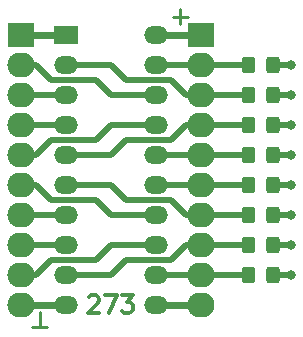
<source format=gbr>
%TF.GenerationSoftware,KiCad,Pcbnew,(5.1.8)-1*%
%TF.CreationDate,2023-01-12T00:15:59+03:00*%
%TF.ProjectId,273,3237332e-6b69-4636-9164-5f7063625858,rev?*%
%TF.SameCoordinates,Original*%
%TF.FileFunction,Copper,L1,Top*%
%TF.FilePolarity,Positive*%
%FSLAX46Y46*%
G04 Gerber Fmt 4.6, Leading zero omitted, Abs format (unit mm)*
G04 Created by KiCad (PCBNEW (5.1.8)-1) date 2023-01-12 00:15:59*
%MOMM*%
%LPD*%
G01*
G04 APERTURE LIST*
%TA.AperFunction,NonConductor*%
%ADD10C,0.300000*%
%TD*%
%TA.AperFunction,ComponentPad*%
%ADD11R,2.300000X2.100000*%
%TD*%
%TA.AperFunction,ComponentPad*%
%ADD12O,2.300000X2.100000*%
%TD*%
%TA.AperFunction,ComponentPad*%
%ADD13R,2.000000X1.500000*%
%TD*%
%TA.AperFunction,ComponentPad*%
%ADD14O,2.000000X1.500000*%
%TD*%
%TA.AperFunction,ViaPad*%
%ADD15C,0.800000*%
%TD*%
%TA.AperFunction,Conductor*%
%ADD16C,0.250000*%
%TD*%
%TA.AperFunction,Conductor*%
%ADD17C,0.600000*%
%TD*%
%TA.AperFunction,Conductor*%
%ADD18C,0.500000*%
%TD*%
G04 APERTURE END LIST*
D10*
X78152857Y-55201428D02*
X78224285Y-55130000D01*
X78367142Y-55058571D01*
X78724285Y-55058571D01*
X78867142Y-55130000D01*
X78938571Y-55201428D01*
X79010000Y-55344285D01*
X79010000Y-55487142D01*
X78938571Y-55701428D01*
X78081428Y-56558571D01*
X79010000Y-56558571D01*
X79510000Y-55058571D02*
X80510000Y-55058571D01*
X79867142Y-56558571D01*
X80938571Y-55058571D02*
X81867142Y-55058571D01*
X81367142Y-55630000D01*
X81581428Y-55630000D01*
X81724285Y-55701428D01*
X81795714Y-55772857D01*
X81867142Y-55915714D01*
X81867142Y-56272857D01*
X81795714Y-56415714D01*
X81724285Y-56487142D01*
X81581428Y-56558571D01*
X81152857Y-56558571D01*
X81010000Y-56487142D01*
X80938571Y-56415714D01*
%TO.P,D8,2*%
%TO.N,/Q7*%
%TA.AperFunction,SMDPad,CuDef*%
G36*
G01*
X92260000Y-52889999D02*
X92260000Y-53790001D01*
G75*
G02*
X92010001Y-54040000I-249999J0D01*
G01*
X91359999Y-54040000D01*
G75*
G02*
X91110000Y-53790001I0J249999D01*
G01*
X91110000Y-52889999D01*
G75*
G02*
X91359999Y-52640000I249999J0D01*
G01*
X92010001Y-52640000D01*
G75*
G02*
X92260000Y-52889999I0J-249999D01*
G01*
G37*
%TD.AperFunction*%
%TO.P,D8,1*%
%TO.N,Net-(D8-Pad1)*%
%TA.AperFunction,SMDPad,CuDef*%
G36*
G01*
X94310000Y-52889999D02*
X94310000Y-53790001D01*
G75*
G02*
X94060001Y-54040000I-249999J0D01*
G01*
X93409999Y-54040000D01*
G75*
G02*
X93160000Y-53790001I0J249999D01*
G01*
X93160000Y-52889999D01*
G75*
G02*
X93409999Y-52640000I249999J0D01*
G01*
X94060001Y-52640000D01*
G75*
G02*
X94310000Y-52889999I0J-249999D01*
G01*
G37*
%TD.AperFunction*%
%TD*%
%TO.P,D7,2*%
%TO.N,/Q6*%
%TA.AperFunction,SMDPad,CuDef*%
G36*
G01*
X92260000Y-50349999D02*
X92260000Y-51250001D01*
G75*
G02*
X92010001Y-51500000I-249999J0D01*
G01*
X91359999Y-51500000D01*
G75*
G02*
X91110000Y-51250001I0J249999D01*
G01*
X91110000Y-50349999D01*
G75*
G02*
X91359999Y-50100000I249999J0D01*
G01*
X92010001Y-50100000D01*
G75*
G02*
X92260000Y-50349999I0J-249999D01*
G01*
G37*
%TD.AperFunction*%
%TO.P,D7,1*%
%TO.N,Net-(D7-Pad1)*%
%TA.AperFunction,SMDPad,CuDef*%
G36*
G01*
X94310000Y-50349999D02*
X94310000Y-51250001D01*
G75*
G02*
X94060001Y-51500000I-249999J0D01*
G01*
X93409999Y-51500000D01*
G75*
G02*
X93160000Y-51250001I0J249999D01*
G01*
X93160000Y-50349999D01*
G75*
G02*
X93409999Y-50100000I249999J0D01*
G01*
X94060001Y-50100000D01*
G75*
G02*
X94310000Y-50349999I0J-249999D01*
G01*
G37*
%TD.AperFunction*%
%TD*%
%TO.P,D6,2*%
%TO.N,/Q5*%
%TA.AperFunction,SMDPad,CuDef*%
G36*
G01*
X92260000Y-47809999D02*
X92260000Y-48710001D01*
G75*
G02*
X92010001Y-48960000I-249999J0D01*
G01*
X91359999Y-48960000D01*
G75*
G02*
X91110000Y-48710001I0J249999D01*
G01*
X91110000Y-47809999D01*
G75*
G02*
X91359999Y-47560000I249999J0D01*
G01*
X92010001Y-47560000D01*
G75*
G02*
X92260000Y-47809999I0J-249999D01*
G01*
G37*
%TD.AperFunction*%
%TO.P,D6,1*%
%TO.N,Net-(D6-Pad1)*%
%TA.AperFunction,SMDPad,CuDef*%
G36*
G01*
X94310000Y-47809999D02*
X94310000Y-48710001D01*
G75*
G02*
X94060001Y-48960000I-249999J0D01*
G01*
X93409999Y-48960000D01*
G75*
G02*
X93160000Y-48710001I0J249999D01*
G01*
X93160000Y-47809999D01*
G75*
G02*
X93409999Y-47560000I249999J0D01*
G01*
X94060001Y-47560000D01*
G75*
G02*
X94310000Y-47809999I0J-249999D01*
G01*
G37*
%TD.AperFunction*%
%TD*%
%TO.P,D5,2*%
%TO.N,/Q4*%
%TA.AperFunction,SMDPad,CuDef*%
G36*
G01*
X92260000Y-45269999D02*
X92260000Y-46170001D01*
G75*
G02*
X92010001Y-46420000I-249999J0D01*
G01*
X91359999Y-46420000D01*
G75*
G02*
X91110000Y-46170001I0J249999D01*
G01*
X91110000Y-45269999D01*
G75*
G02*
X91359999Y-45020000I249999J0D01*
G01*
X92010001Y-45020000D01*
G75*
G02*
X92260000Y-45269999I0J-249999D01*
G01*
G37*
%TD.AperFunction*%
%TO.P,D5,1*%
%TO.N,Net-(D5-Pad1)*%
%TA.AperFunction,SMDPad,CuDef*%
G36*
G01*
X94310000Y-45269999D02*
X94310000Y-46170001D01*
G75*
G02*
X94060001Y-46420000I-249999J0D01*
G01*
X93409999Y-46420000D01*
G75*
G02*
X93160000Y-46170001I0J249999D01*
G01*
X93160000Y-45269999D01*
G75*
G02*
X93409999Y-45020000I249999J0D01*
G01*
X94060001Y-45020000D01*
G75*
G02*
X94310000Y-45269999I0J-249999D01*
G01*
G37*
%TD.AperFunction*%
%TD*%
%TO.P,D4,2*%
%TO.N,/Q3*%
%TA.AperFunction,SMDPad,CuDef*%
G36*
G01*
X92260000Y-42729999D02*
X92260000Y-43630001D01*
G75*
G02*
X92010001Y-43880000I-249999J0D01*
G01*
X91359999Y-43880000D01*
G75*
G02*
X91110000Y-43630001I0J249999D01*
G01*
X91110000Y-42729999D01*
G75*
G02*
X91359999Y-42480000I249999J0D01*
G01*
X92010001Y-42480000D01*
G75*
G02*
X92260000Y-42729999I0J-249999D01*
G01*
G37*
%TD.AperFunction*%
%TO.P,D4,1*%
%TO.N,Net-(D4-Pad1)*%
%TA.AperFunction,SMDPad,CuDef*%
G36*
G01*
X94310000Y-42729999D02*
X94310000Y-43630001D01*
G75*
G02*
X94060001Y-43880000I-249999J0D01*
G01*
X93409999Y-43880000D01*
G75*
G02*
X93160000Y-43630001I0J249999D01*
G01*
X93160000Y-42729999D01*
G75*
G02*
X93409999Y-42480000I249999J0D01*
G01*
X94060001Y-42480000D01*
G75*
G02*
X94310000Y-42729999I0J-249999D01*
G01*
G37*
%TD.AperFunction*%
%TD*%
%TO.P,D3,2*%
%TO.N,/Q2*%
%TA.AperFunction,SMDPad,CuDef*%
G36*
G01*
X92260000Y-40189999D02*
X92260000Y-41090001D01*
G75*
G02*
X92010001Y-41340000I-249999J0D01*
G01*
X91359999Y-41340000D01*
G75*
G02*
X91110000Y-41090001I0J249999D01*
G01*
X91110000Y-40189999D01*
G75*
G02*
X91359999Y-39940000I249999J0D01*
G01*
X92010001Y-39940000D01*
G75*
G02*
X92260000Y-40189999I0J-249999D01*
G01*
G37*
%TD.AperFunction*%
%TO.P,D3,1*%
%TO.N,Net-(D3-Pad1)*%
%TA.AperFunction,SMDPad,CuDef*%
G36*
G01*
X94310000Y-40189999D02*
X94310000Y-41090001D01*
G75*
G02*
X94060001Y-41340000I-249999J0D01*
G01*
X93409999Y-41340000D01*
G75*
G02*
X93160000Y-41090001I0J249999D01*
G01*
X93160000Y-40189999D01*
G75*
G02*
X93409999Y-39940000I249999J0D01*
G01*
X94060001Y-39940000D01*
G75*
G02*
X94310000Y-40189999I0J-249999D01*
G01*
G37*
%TD.AperFunction*%
%TD*%
%TO.P,D2,2*%
%TO.N,/Q1*%
%TA.AperFunction,SMDPad,CuDef*%
G36*
G01*
X92260000Y-37649999D02*
X92260000Y-38550001D01*
G75*
G02*
X92010001Y-38800000I-249999J0D01*
G01*
X91359999Y-38800000D01*
G75*
G02*
X91110000Y-38550001I0J249999D01*
G01*
X91110000Y-37649999D01*
G75*
G02*
X91359999Y-37400000I249999J0D01*
G01*
X92010001Y-37400000D01*
G75*
G02*
X92260000Y-37649999I0J-249999D01*
G01*
G37*
%TD.AperFunction*%
%TO.P,D2,1*%
%TO.N,Net-(D2-Pad1)*%
%TA.AperFunction,SMDPad,CuDef*%
G36*
G01*
X94310000Y-37649999D02*
X94310000Y-38550001D01*
G75*
G02*
X94060001Y-38800000I-249999J0D01*
G01*
X93409999Y-38800000D01*
G75*
G02*
X93160000Y-38550001I0J249999D01*
G01*
X93160000Y-37649999D01*
G75*
G02*
X93409999Y-37400000I249999J0D01*
G01*
X94060001Y-37400000D01*
G75*
G02*
X94310000Y-37649999I0J-249999D01*
G01*
G37*
%TD.AperFunction*%
%TD*%
%TO.P,D1,2*%
%TO.N,/Q0*%
%TA.AperFunction,SMDPad,CuDef*%
G36*
G01*
X92260000Y-35109999D02*
X92260000Y-36010001D01*
G75*
G02*
X92010001Y-36260000I-249999J0D01*
G01*
X91359999Y-36260000D01*
G75*
G02*
X91110000Y-36010001I0J249999D01*
G01*
X91110000Y-35109999D01*
G75*
G02*
X91359999Y-34860000I249999J0D01*
G01*
X92010001Y-34860000D01*
G75*
G02*
X92260000Y-35109999I0J-249999D01*
G01*
G37*
%TD.AperFunction*%
%TO.P,D1,1*%
%TO.N,Net-(D1-Pad1)*%
%TA.AperFunction,SMDPad,CuDef*%
G36*
G01*
X94310000Y-35109999D02*
X94310000Y-36010001D01*
G75*
G02*
X94060001Y-36260000I-249999J0D01*
G01*
X93409999Y-36260000D01*
G75*
G02*
X93160000Y-36010001I0J249999D01*
G01*
X93160000Y-35109999D01*
G75*
G02*
X93409999Y-34860000I249999J0D01*
G01*
X94060001Y-34860000D01*
G75*
G02*
X94310000Y-35109999I0J-249999D01*
G01*
G37*
%TD.AperFunction*%
%TD*%
D11*
%TO.P,J1,1*%
%TO.N,/~MR*%
X72390000Y-33020000D03*
D12*
%TO.P,J1,2*%
%TO.N,/D0*%
X72390000Y-35560000D03*
%TO.P,J1,3*%
%TO.N,/D1*%
X72390000Y-38100000D03*
%TO.P,J1,4*%
%TO.N,/D2*%
X72390000Y-40640000D03*
%TO.P,J1,5*%
%TO.N,/D3*%
X72390000Y-43180000D03*
%TO.P,J1,6*%
%TO.N,/D4*%
X72390000Y-45720000D03*
%TO.P,J1,7*%
%TO.N,/D5*%
X72390000Y-48260000D03*
%TO.P,J1,8*%
%TO.N,/D6*%
X72390000Y-50800000D03*
%TO.P,J1,9*%
%TO.N,/D7*%
X72390000Y-53340000D03*
%TO.P,J1,10*%
%TO.N,/GND*%
X72390000Y-55880000D03*
%TD*%
%TO.P,J2,10*%
%TO.N,/CP*%
X87630000Y-55880000D03*
%TO.P,J2,9*%
%TO.N,/Q7*%
X87630000Y-53340000D03*
%TO.P,J2,8*%
%TO.N,/Q6*%
X87630000Y-50800000D03*
%TO.P,J2,7*%
%TO.N,/Q5*%
X87630000Y-48260000D03*
%TO.P,J2,6*%
%TO.N,/Q4*%
X87630000Y-45720000D03*
%TO.P,J2,5*%
%TO.N,/Q3*%
X87630000Y-43180000D03*
%TO.P,J2,4*%
%TO.N,/Q2*%
X87630000Y-40640000D03*
%TO.P,J2,3*%
%TO.N,/Q1*%
X87630000Y-38100000D03*
%TO.P,J2,2*%
%TO.N,/Q0*%
X87630000Y-35560000D03*
D11*
%TO.P,J2,1*%
%TO.N,/VCC*%
X87630000Y-33020000D03*
%TD*%
D13*
%TO.P,U1,1*%
%TO.N,/~MR*%
X76200000Y-33020000D03*
D14*
%TO.P,U1,11*%
%TO.N,/CP*%
X83820000Y-55880000D03*
%TO.P,U1,2*%
%TO.N,/Q1*%
X76200000Y-35560000D03*
%TO.P,U1,12*%
%TO.N,/Q7*%
X83820000Y-53340000D03*
%TO.P,U1,3*%
%TO.N,/D1*%
X76200000Y-38100000D03*
%TO.P,U1,13*%
%TO.N,/D7*%
X83820000Y-50800000D03*
%TO.P,U1,4*%
%TO.N,/D2*%
X76200000Y-40640000D03*
%TO.P,U1,14*%
%TO.N,/D4*%
X83820000Y-48260000D03*
%TO.P,U1,5*%
%TO.N,/Q2*%
X76200000Y-43180000D03*
%TO.P,U1,15*%
%TO.N,/Q4*%
X83820000Y-45720000D03*
%TO.P,U1,6*%
%TO.N,/Q5*%
X76200000Y-45720000D03*
%TO.P,U1,16*%
%TO.N,/Q3*%
X83820000Y-43180000D03*
%TO.P,U1,7*%
%TO.N,/D5*%
X76200000Y-48260000D03*
%TO.P,U1,17*%
%TO.N,/D3*%
X83820000Y-40640000D03*
%TO.P,U1,8*%
%TO.N,/D6*%
X76200000Y-50800000D03*
%TO.P,U1,18*%
%TO.N,/D0*%
X83820000Y-38100000D03*
%TO.P,U1,9*%
%TO.N,/Q6*%
X76200000Y-53340000D03*
%TO.P,U1,19*%
%TO.N,/Q0*%
X83820000Y-35560000D03*
%TO.P,U1,10*%
%TO.N,/GND*%
X76200000Y-55880000D03*
%TO.P,U1,20*%
%TO.N,/VCC*%
X83820000Y-33020000D03*
%TD*%
D15*
%TO.N,Net-(D1-Pad1)*%
X95250000Y-35560000D03*
%TO.N,Net-(D2-Pad1)*%
X95250000Y-38100000D03*
%TO.N,Net-(D3-Pad1)*%
X95250000Y-40640000D03*
%TO.N,Net-(D4-Pad1)*%
X95250000Y-43180000D03*
%TO.N,Net-(D5-Pad1)*%
X95250000Y-45720000D03*
%TO.N,Net-(D6-Pad1)*%
X95250000Y-48260000D03*
%TO.N,Net-(D7-Pad1)*%
X95250000Y-50800000D03*
%TO.N,Net-(D8-Pad1)*%
X95250000Y-53340000D03*
%TD*%
D16*
%TO.N,*%
X85902800Y-30848300D02*
X85902800Y-32118300D01*
X85267800Y-31483300D02*
X86537800Y-31483300D01*
X73342500Y-57785000D02*
X74612500Y-57785000D01*
X73977500Y-56515000D02*
X73977500Y-57785000D01*
D17*
%TO.N,/~MR*%
X72390000Y-33020000D02*
X76200000Y-33020000D01*
D18*
%TO.N,/D0*%
X80010000Y-38100000D02*
X83820000Y-38100000D01*
X74930000Y-36830000D02*
X78740000Y-36830000D01*
X73660000Y-35560000D02*
X74930000Y-36830000D01*
X78740000Y-36830000D02*
X80010000Y-38100000D01*
X72390000Y-35560000D02*
X73660000Y-35560000D01*
%TO.N,/D1*%
X72390000Y-38100000D02*
X76200000Y-38100000D01*
%TO.N,/D2*%
X72390000Y-40640000D02*
X76200000Y-40640000D01*
%TO.N,/D3*%
X80010000Y-40640000D02*
X83820000Y-40640000D01*
X78740000Y-41910000D02*
X80010000Y-40640000D01*
X74930000Y-41910000D02*
X78740000Y-41910000D01*
X73660000Y-43180000D02*
X74930000Y-41910000D01*
X72390000Y-43180000D02*
X73660000Y-43180000D01*
%TO.N,/D4*%
X80010000Y-48260000D02*
X83820000Y-48260000D01*
X78740000Y-46990000D02*
X80010000Y-48260000D01*
X74930000Y-46990000D02*
X78740000Y-46990000D01*
X73660000Y-45720000D02*
X74930000Y-46990000D01*
X72390000Y-45720000D02*
X73660000Y-45720000D01*
%TO.N,/D5*%
X72390000Y-48260000D02*
X76200000Y-48260000D01*
%TO.N,/D6*%
X72390000Y-50800000D02*
X76200000Y-50800000D01*
%TO.N,/D7*%
X80010000Y-50800000D02*
X83820000Y-50800000D01*
X78740000Y-52070000D02*
X80010000Y-50800000D01*
X74930000Y-52070000D02*
X78740000Y-52070000D01*
X73660000Y-53340000D02*
X74930000Y-52070000D01*
X72390000Y-53340000D02*
X73660000Y-53340000D01*
D17*
%TO.N,/GND*%
X72390000Y-55880000D02*
X76200000Y-55880000D01*
%TO.N,/CP*%
X83820000Y-55880000D02*
X87630000Y-55880000D01*
D18*
%TO.N,/Q7*%
X83820000Y-53340000D02*
X87630000Y-53340000D01*
X87630000Y-53340000D02*
X91685000Y-53340000D01*
%TO.N,/Q6*%
X81280000Y-52070000D02*
X80010000Y-53340000D01*
X80010000Y-53340000D02*
X76200000Y-53340000D01*
X85090000Y-52070000D02*
X81280000Y-52070000D01*
X86360000Y-50800000D02*
X85090000Y-52070000D01*
X87630000Y-50800000D02*
X86360000Y-50800000D01*
X87630000Y-50800000D02*
X91685000Y-50800000D01*
%TO.N,/Q5*%
X80010000Y-45720000D02*
X76200000Y-45720000D01*
X81280000Y-46990000D02*
X80010000Y-45720000D01*
X85090000Y-46990000D02*
X81280000Y-46990000D01*
X86360000Y-48260000D02*
X85090000Y-46990000D01*
X87630000Y-48260000D02*
X86360000Y-48260000D01*
X87630000Y-48260000D02*
X91685000Y-48260000D01*
%TO.N,/Q4*%
X83820000Y-45720000D02*
X87630000Y-45720000D01*
X87630000Y-45720000D02*
X91685000Y-45720000D01*
%TO.N,/Q3*%
X83820000Y-43180000D02*
X87630000Y-43180000D01*
X87630000Y-43180000D02*
X91685000Y-43180000D01*
%TO.N,/Q2*%
X81280000Y-41910000D02*
X80010000Y-43180000D01*
X85090000Y-41910000D02*
X81280000Y-41910000D01*
X80010000Y-43180000D02*
X76200000Y-43180000D01*
X86360000Y-40640000D02*
X85090000Y-41910000D01*
X87630000Y-40640000D02*
X86360000Y-40640000D01*
X87630000Y-40640000D02*
X91685000Y-40640000D01*
%TO.N,/Q1*%
X80010000Y-35560000D02*
X81280000Y-36830000D01*
X76200000Y-35560000D02*
X80010000Y-35560000D01*
X87630000Y-38100000D02*
X86360000Y-38100000D01*
X86360000Y-38100000D02*
X85090000Y-36830000D01*
X81280000Y-36830000D02*
X85090000Y-36830000D01*
X87630000Y-38100000D02*
X91685000Y-38100000D01*
%TO.N,/Q0*%
X83820000Y-35560000D02*
X87630000Y-35560000D01*
X87630000Y-35560000D02*
X91685000Y-35560000D01*
D17*
%TO.N,/VCC*%
X83820000Y-33020000D02*
X87630000Y-33020000D01*
D18*
%TO.N,Net-(D1-Pad1)*%
X93735000Y-35560000D02*
X95250000Y-35560000D01*
%TO.N,Net-(D2-Pad1)*%
X93735000Y-38100000D02*
X95250000Y-38100000D01*
%TO.N,Net-(D3-Pad1)*%
X93735000Y-40640000D02*
X95250000Y-40640000D01*
%TO.N,Net-(D4-Pad1)*%
X93735000Y-43180000D02*
X95250000Y-43180000D01*
%TO.N,Net-(D5-Pad1)*%
X93735000Y-45720000D02*
X95250000Y-45720000D01*
%TO.N,Net-(D6-Pad1)*%
X93735000Y-48260000D02*
X95250000Y-48260000D01*
%TO.N,Net-(D7-Pad1)*%
X93735000Y-50800000D02*
X95250000Y-50800000D01*
%TO.N,Net-(D8-Pad1)*%
X93735000Y-53340000D02*
X95250000Y-53340000D01*
%TD*%
M02*

</source>
